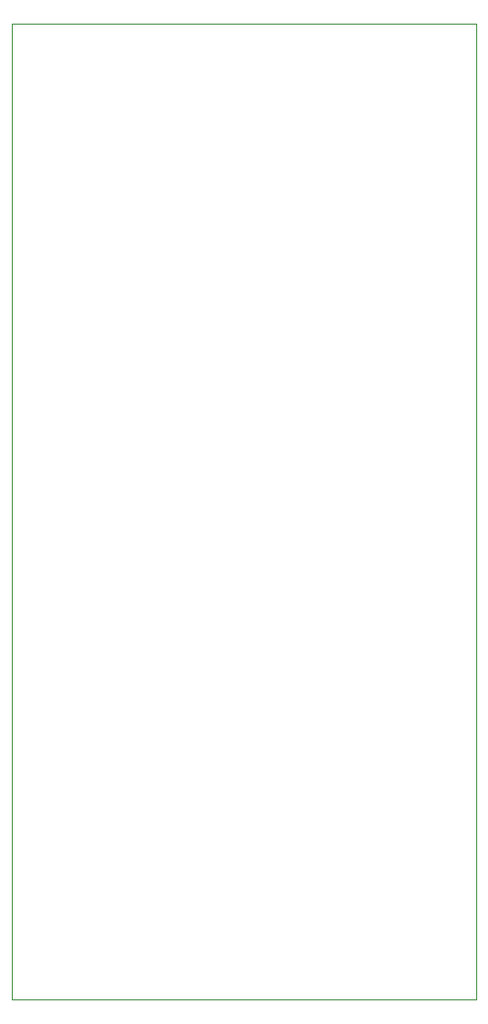
<source format=gko>
%FSLAX46Y46*%
%MOMM*%
%ADD10C,0.010000*%
G01*
G01*
%LPD*%
D10*
X0Y0D02*
X0Y83800000D01*
D10*
X0Y83800000D02*
X40000000Y83800000D01*
D10*
X40000000Y83800000D02*
X40000000Y0D01*
D10*
X40000000Y0D02*
X0Y0D01*
G75*
M02*

</source>
